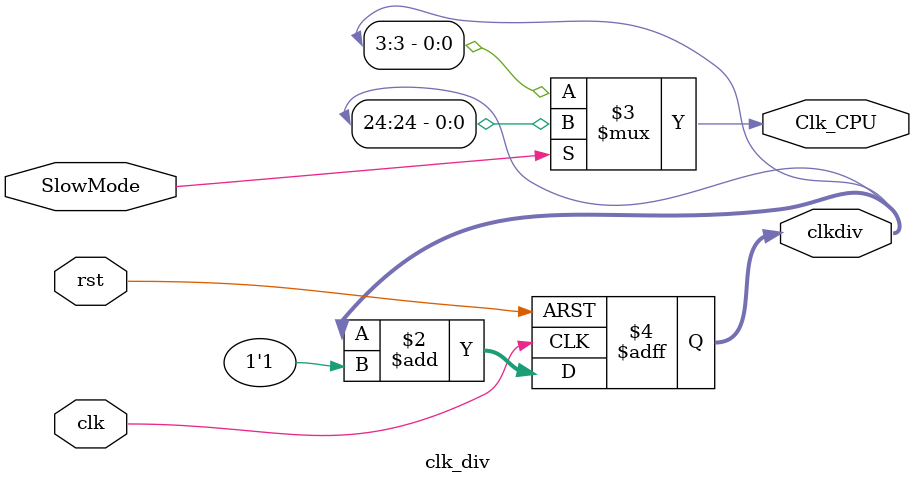
<source format=v>
`timescale 1ns / 1ps
module clk_div(input clk,
					input rst,
					input SlowMode,
					(*keep = "true"*)output reg [31:0] clkdiv,
					output Clk_CPU
					);
					
// Clock divider-ʱ�ӷ�Ƶ��
    

	always @ (posedge clk or posedge rst) begin 
		if (rst) clkdiv <= 0; else clkdiv <= clkdiv + 1'b1; end
		
	assign Clk_CPU=(SlowMode)? clkdiv[24] : clkdiv[3];
		
endmodule

</source>
